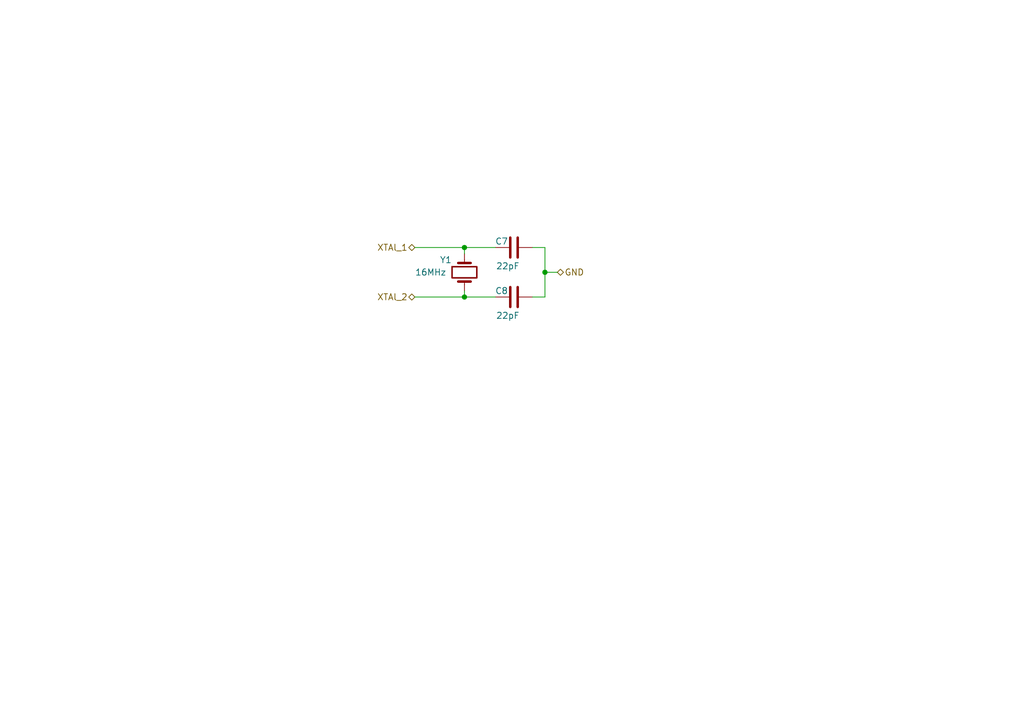
<source format=kicad_sch>
(kicad_sch (version 20231120) (generator "eeschema") (generator_version "8.0")
  (paper "A5")
  (title_block (title "MCU Crystal oscillator") (date "2024-04-17") (rev "1.0"))
  (lib_symbols
    (symbol "Device:C" (pin_numbers hide) (pin_names (offset 0.254))
      (property "Reference" "C" (at 0.635 2.54 0))
      (property "Value" "C" (at 0.635 -2.54 0))
      (symbol "C_0_1"
        (polyline (pts (xy -2.032 -0.762) (xy 2.032 -0.762)) (stroke (width 0.508)))
        (polyline (pts (xy -2.032 0.762) (xy 2.032 0.762)) (stroke (width 0.508)))
      )
      (symbol "C_1_1"
        (pin passive line (at 0 3.81 270) (length 2.794) (name "~") (number "1"))
        (pin passive line (at 0 -3.81 90) (length 2.794) (name "~") (number "2"))
      )
    )
    (symbol "Device:Crystal" (pin_numbers hide) (pin_names (offset 1.016) hide)
      (property "Reference" "Y" (at 0 3.81 0))
      (property "Value" "Crystal" (at 0 -3.81 0))
      (symbol "Crystal_0_1"
        (rectangle (start -1.143 2.54) (end 1.143 -2.54) (stroke (width 0.3048)))
        (polyline (pts (xy -2.54 0) (xy -1.905 0)))
        (polyline (pts (xy -1.905 -1.27) (xy -1.905 1.27)) (stroke (width 0.508)))
        (polyline (pts (xy 1.905 -1.27) (xy 1.905 1.27)) (stroke (width 0.508)))
        (polyline (pts (xy 2.54 0) (xy 1.905 0)))
      )
      (symbol "Crystal_1_1"
        (pin passive line (at -3.81 0 0) (length 1.27) (name "1") (number "1"))
        (pin passive line (at 3.81 0 180) (length 1.27) (name "2") (number "2"))
      )
    )
  )
  (junction (at 95.25 50.8))
  (junction (at 111.76 55.88))
  (junction (at 95.25 60.96))
  (wire (pts (xy 109.22 60.96) (xy 111.76 60.96)))
  (wire (pts (xy 111.76 55.88) (xy 114.3 55.88)))
  (wire (pts (xy 95.25 50.8) (xy 95.25 52.07)))
  (wire (pts (xy 85.09 60.96) (xy 95.25 60.96)))
  (wire (pts (xy 111.76 50.8) (xy 111.76 55.88)))
  (wire (pts (xy 95.25 60.96) (xy 101.6 60.96)))
  (wire (pts (xy 95.25 59.69) (xy 95.25 60.96)))
  (wire (pts (xy 109.22 50.8) (xy 111.76 50.8)))
  (wire (pts (xy 85.09 50.8) (xy 95.25 50.8)))
  (wire (pts (xy 111.76 55.88) (xy 111.76 60.96)))
  (wire (pts (xy 101.6 50.8) (xy 95.25 50.8)))
  (hierarchical_label "XTAl_1" (shape bidirectional) (at 85.09 50.8 180))
  (hierarchical_label "GND" (shape bidirectional) (at 114.3 55.88 0))
  (hierarchical_label "XTAl_2" (shape bidirectional) (at 85.09 60.96 180))
  (symbol (lib_id "Device:C") (at 105.41 50.8 270) (unit 1)
    (property "Reference" "C7" (at 102.87 49.53 90))
    (property "Value" "22pF" (at 104.14 54.61 90))
    (property "Footprint" "Capacitor_THT:C_Disc_D4.7mm_W2.5mm_P5.00mm" (effects (hide yes)))
    (instances (project "Weather" (path "" (reference "C7") (unit 1))) (project "Tracker" (path "" (reference "C6") (unit 1))))
  )
  (symbol (lib_id "Device:C") (at 105.41 60.96 270) (unit 1)
    (property "Reference" "C8" (at 102.87 59.69 90))
    (property "Value" "22pF" (at 104.14 64.77 90))
    (property "Footprint" "Capacitor_THT:C_Disc_D4.7mm_W2.5mm_P5.00mm" (effects (hide yes)))
    (instances (project "Weather" (path "" (reference "C8") (unit 1))) (project "Tracker" (path "" (reference "C7") (unit 1))))
  )
  (symbol (lib_id "Device:Crystal") (at 95.25 55.88 90) (unit 1) (exclude_from_sim yes)
    (property "Reference" "Y1" (at 90.17 53.34 90) (effects (justify right)))
    (property "Value" "16MHz" (at 85.09 55.88 90) (effects (justify right)))
    (property "Footprint" "Crystal:Crystal_HC49-4H_Vertical" (effects (hide yes)))
  )
)
</source>
